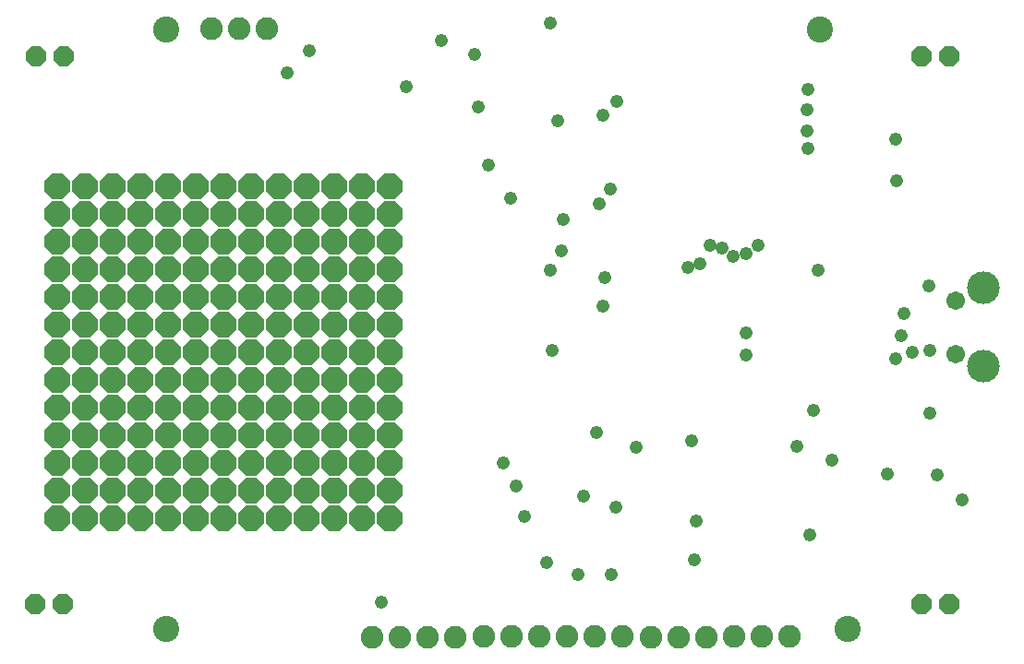
<source format=gbs>
G75*
G70*
%OFA0B0*%
%FSLAX24Y24*%
%IPPOS*%
%LPD*%
%AMOC8*
5,1,8,0,0,1.08239X$1,22.5*
%
%ADD10C,0.0946*%
%ADD11OC8,0.0740*%
%ADD12C,0.0820*%
%ADD13OC8,0.0930*%
%ADD14C,0.1182*%
%ADD15C,0.0671*%
%ADD16C,0.0476*%
D10*
X006056Y001183D03*
X030662Y001183D03*
X029678Y022837D03*
X006056Y022837D03*
D11*
X001353Y002099D03*
X002353Y002099D03*
X002356Y021896D03*
X001356Y021896D03*
X033341Y021899D03*
X034341Y021899D03*
X034341Y002099D03*
X033341Y002099D03*
D12*
X028581Y000930D03*
X027581Y000930D03*
X026581Y000930D03*
X025569Y000899D03*
X024569Y000899D03*
X023569Y000899D03*
X022552Y000927D03*
X021552Y000927D03*
X020552Y000927D03*
X019529Y000925D03*
X018529Y000925D03*
X017529Y000925D03*
X016500Y000899D03*
X015500Y000899D03*
X014500Y000899D03*
X013500Y000899D03*
X009703Y022899D03*
X008703Y022899D03*
X007703Y022899D03*
D13*
X008150Y017199D03*
X009150Y017199D03*
X010150Y017199D03*
X011150Y017199D03*
X012150Y017199D03*
X013150Y017199D03*
X014150Y017199D03*
X014150Y016199D03*
X013150Y016199D03*
X012150Y016199D03*
X011150Y016199D03*
X010150Y016199D03*
X009150Y016199D03*
X008150Y016199D03*
X007150Y016199D03*
X006150Y016199D03*
X005150Y016199D03*
X004150Y016199D03*
X003150Y016199D03*
X002150Y016199D03*
X002150Y017199D03*
X003150Y017199D03*
X004150Y017199D03*
X005150Y017199D03*
X006150Y017199D03*
X007150Y017199D03*
X007150Y015199D03*
X006150Y015199D03*
X005150Y015199D03*
X004150Y015199D03*
X003150Y015199D03*
X002150Y015199D03*
X002150Y014199D03*
X003150Y014199D03*
X004150Y014199D03*
X005150Y014199D03*
X006150Y014199D03*
X007150Y014199D03*
X008150Y014199D03*
X009150Y014199D03*
X010150Y014199D03*
X011150Y014199D03*
X012150Y014199D03*
X013150Y014199D03*
X014150Y014199D03*
X014150Y015199D03*
X013150Y015199D03*
X012150Y015199D03*
X011150Y015199D03*
X010150Y015199D03*
X009150Y015199D03*
X008150Y015199D03*
X008150Y013199D03*
X009150Y013199D03*
X010150Y013199D03*
X011150Y013199D03*
X012150Y013199D03*
X013150Y013199D03*
X014150Y013199D03*
X014150Y012199D03*
X013150Y012199D03*
X012150Y012199D03*
X011150Y012199D03*
X010150Y012199D03*
X009150Y012199D03*
X008150Y012199D03*
X007150Y012199D03*
X006150Y012199D03*
X005150Y012199D03*
X004150Y012199D03*
X003150Y012199D03*
X002150Y012199D03*
X002150Y011199D03*
X003150Y011199D03*
X004150Y011199D03*
X005150Y011199D03*
X006150Y011199D03*
X007150Y011199D03*
X008150Y011199D03*
X009150Y011199D03*
X010150Y011199D03*
X011150Y011199D03*
X012150Y011199D03*
X013150Y011199D03*
X014150Y011199D03*
X014150Y010199D03*
X013150Y010199D03*
X012150Y010199D03*
X011150Y010199D03*
X010150Y010199D03*
X009150Y010199D03*
X008150Y010199D03*
X007150Y010199D03*
X006150Y010199D03*
X005150Y010199D03*
X004150Y010199D03*
X003150Y010199D03*
X002150Y010199D03*
X002150Y009199D03*
X003150Y009199D03*
X004150Y009199D03*
X005150Y009199D03*
X006150Y009199D03*
X007150Y009199D03*
X008150Y009199D03*
X009150Y009199D03*
X010150Y009199D03*
X011150Y009199D03*
X012150Y009199D03*
X013150Y009199D03*
X014150Y009199D03*
X014150Y008199D03*
X013150Y008199D03*
X012150Y008199D03*
X011150Y008199D03*
X010150Y008199D03*
X009150Y008199D03*
X008150Y008199D03*
X007150Y008199D03*
X006150Y008199D03*
X005150Y008199D03*
X004150Y008199D03*
X003150Y008199D03*
X002150Y008199D03*
X002150Y007199D03*
X003150Y007199D03*
X004150Y007199D03*
X005150Y007199D03*
X006150Y007199D03*
X007150Y007199D03*
X008150Y007199D03*
X009150Y007199D03*
X010150Y007199D03*
X011150Y007199D03*
X012150Y007199D03*
X013150Y007199D03*
X014150Y007199D03*
X014150Y006199D03*
X013150Y006199D03*
X012150Y006199D03*
X011150Y006199D03*
X010150Y006199D03*
X009150Y006199D03*
X008150Y006199D03*
X007150Y006199D03*
X006150Y006199D03*
X005150Y006199D03*
X004150Y006199D03*
X003150Y006199D03*
X002150Y006199D03*
X002150Y005199D03*
X003150Y005199D03*
X004150Y005199D03*
X005150Y005199D03*
X006150Y005199D03*
X007150Y005199D03*
X008150Y005199D03*
X009150Y005199D03*
X010150Y005199D03*
X011150Y005199D03*
X012150Y005199D03*
X013150Y005199D03*
X014150Y005199D03*
X007150Y013199D03*
X006150Y013199D03*
X005150Y013199D03*
X004150Y013199D03*
X003150Y013199D03*
X002150Y013199D03*
D14*
X035583Y013510D03*
X035583Y010675D03*
D15*
X034559Y011128D03*
X034559Y013037D03*
D16*
X033600Y013599D03*
X032700Y012599D03*
X032600Y011799D03*
X033000Y011199D03*
X032400Y010949D03*
X033650Y011249D03*
X033650Y008999D03*
X033900Y006749D03*
X034800Y005849D03*
X032100Y006799D03*
X030100Y007299D03*
X028850Y007799D03*
X029450Y009099D03*
X027000Y011099D03*
X027000Y011899D03*
X024900Y014249D03*
X025350Y014399D03*
X025700Y015049D03*
X026150Y014949D03*
X026550Y014649D03*
X027000Y014749D03*
X027450Y015049D03*
X029600Y014149D03*
X032450Y017399D03*
X032400Y018899D03*
X029250Y018549D03*
X029200Y019199D03*
X029200Y019949D03*
X029250Y020699D03*
X022350Y020249D03*
X021850Y019749D03*
X020200Y019549D03*
X017700Y017949D03*
X018500Y016749D03*
X020400Y015999D03*
X021700Y016549D03*
X022100Y017099D03*
X020350Y014849D03*
X019950Y014149D03*
X021900Y013899D03*
X021850Y012849D03*
X020000Y011249D03*
X021600Y008299D03*
X023050Y007749D03*
X025050Y007999D03*
X022300Y005599D03*
X021150Y005999D03*
X019000Y005249D03*
X018700Y006349D03*
X018250Y007199D03*
X019800Y003599D03*
X020950Y003149D03*
X022150Y003149D03*
X025150Y003699D03*
X025200Y005099D03*
X029300Y004599D03*
X013850Y002149D03*
X017350Y020049D03*
X014750Y020799D03*
X017200Y021949D03*
X016000Y022449D03*
X019950Y023099D03*
X011250Y022099D03*
X010450Y021299D03*
M02*

</source>
